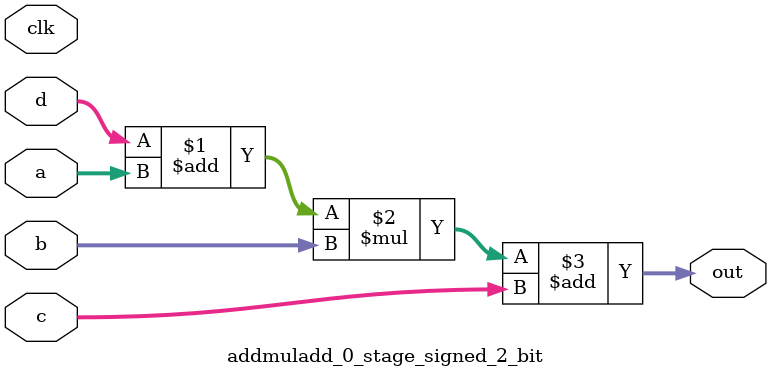
<source format=sv>
(* use_dsp = "yes" *) module addmuladd_0_stage_signed_2_bit(
	input signed [1:0] a,
	input signed [1:0] b,
	input signed [1:0] c,
	input signed [1:0] d,
	output [1:0] out,
	input clk);

	assign out = ((d + a) * b) + c;
endmodule

</source>
